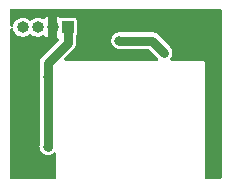
<source format=gbr>
%TF.GenerationSoftware,KiCad,Pcbnew,(6.0.6)*%
%TF.CreationDate,2022-06-25T15:25:50+03:00*%
%TF.ProjectId,EnkooderL,456e6b6f-6f64-4657-924c-2e6b69636164,rev?*%
%TF.SameCoordinates,Original*%
%TF.FileFunction,Copper,L2,Bot*%
%TF.FilePolarity,Positive*%
%FSLAX46Y46*%
G04 Gerber Fmt 4.6, Leading zero omitted, Abs format (unit mm)*
G04 Created by KiCad (PCBNEW (6.0.6)) date 2022-06-25 15:25:50*
%MOMM*%
%LPD*%
G01*
G04 APERTURE LIST*
%TA.AperFunction,ComponentPad*%
%ADD10R,1.000000X1.000000*%
%TD*%
%TA.AperFunction,ComponentPad*%
%ADD11O,1.000000X1.000000*%
%TD*%
%TA.AperFunction,ViaPad*%
%ADD12C,0.800000*%
%TD*%
%TA.AperFunction,Conductor*%
%ADD13C,0.800000*%
%TD*%
G04 APERTURE END LIST*
D10*
X144650000Y-81870000D03*
D11*
X143380000Y-81870000D03*
X142110000Y-81870000D03*
X140840000Y-81870000D03*
D12*
X157000000Y-91500000D03*
X157000000Y-88900000D03*
X157000000Y-86300000D03*
X157000000Y-83700000D03*
X157000000Y-81100000D03*
X140500000Y-91740000D03*
X140500000Y-94100000D03*
X140370000Y-88510000D03*
X157000000Y-94100000D03*
X152830000Y-84010000D03*
X149050000Y-83000000D03*
X143000000Y-86090000D03*
X142980000Y-91990000D03*
D13*
X149050000Y-83000000D02*
X151820000Y-83000000D01*
X143000000Y-84870000D02*
X143000000Y-86090000D01*
X143000000Y-91970000D02*
X142980000Y-91990000D01*
X151820000Y-83000000D02*
X152830000Y-84010000D01*
X144650000Y-81870000D02*
X144650000Y-83220000D01*
X144650000Y-83220000D02*
X143000000Y-84870000D01*
X143000000Y-86090000D02*
X143000000Y-91970000D01*
%TA.AperFunction,Conductor*%
G36*
X157641621Y-80320502D02*
G01*
X157688114Y-80374158D01*
X157699500Y-80426500D01*
X157699500Y-94573500D01*
X157679498Y-94641621D01*
X157625842Y-94688114D01*
X157573500Y-94699500D01*
X156426500Y-94699500D01*
X156358379Y-94679498D01*
X156311886Y-94625842D01*
X156300500Y-94573500D01*
X156300500Y-85052374D01*
X156301065Y-85040817D01*
X156304246Y-85029832D01*
X156300970Y-84992006D01*
X156300500Y-84981134D01*
X156300500Y-84972052D01*
X156299276Y-84965479D01*
X156297616Y-84953280D01*
X156295591Y-84929895D01*
X156295591Y-84929894D01*
X156294587Y-84918304D01*
X156289480Y-84907855D01*
X156288568Y-84904567D01*
X156287339Y-84901383D01*
X156285209Y-84889947D01*
X156266779Y-84860048D01*
X156260840Y-84849266D01*
X156250533Y-84828181D01*
X156245425Y-84817731D01*
X156236899Y-84809822D01*
X156234866Y-84807084D01*
X156232572Y-84804554D01*
X156226468Y-84794652D01*
X156217212Y-84787613D01*
X156217207Y-84787608D01*
X156198513Y-84773393D01*
X156189092Y-84765474D01*
X156171882Y-84749510D01*
X156171883Y-84749510D01*
X156163354Y-84741599D01*
X156152553Y-84737290D01*
X156149676Y-84735471D01*
X156146619Y-84733934D01*
X156137359Y-84726892D01*
X156103632Y-84717126D01*
X156091992Y-84713129D01*
X156059378Y-84700117D01*
X156053085Y-84699500D01*
X156050003Y-84699500D01*
X156046933Y-84699350D01*
X156046939Y-84699234D01*
X156040817Y-84698935D01*
X156029832Y-84695754D01*
X155992006Y-84699030D01*
X155981134Y-84699500D01*
X153440399Y-84699500D01*
X153372278Y-84679498D01*
X153325785Y-84625842D01*
X153315681Y-84555568D01*
X153346905Y-84489785D01*
X153349423Y-84487634D01*
X153358392Y-84475153D01*
X153372081Y-84459126D01*
X153377606Y-84453658D01*
X153377607Y-84453657D01*
X153383010Y-84448310D01*
X153386981Y-84441829D01*
X153386984Y-84441826D01*
X153411477Y-84401858D01*
X153416586Y-84394167D01*
X153443930Y-84356113D01*
X153448361Y-84349947D01*
X153454092Y-84335692D01*
X153463565Y-84316857D01*
X153467630Y-84310224D01*
X153467633Y-84310217D01*
X153471598Y-84303747D01*
X153473907Y-84296512D01*
X153488161Y-84251850D01*
X153491289Y-84243163D01*
X153508765Y-84199689D01*
X153508765Y-84199688D01*
X153511601Y-84192634D01*
X153513766Y-84177418D01*
X153518474Y-84156864D01*
X153520837Y-84149461D01*
X153520838Y-84149458D01*
X153523146Y-84142225D01*
X153526851Y-84087884D01*
X153527816Y-84078703D01*
X153534909Y-84028864D01*
X153534910Y-84028856D01*
X153535490Y-84024778D01*
X153535645Y-84010000D01*
X153534847Y-84003405D01*
X153534340Y-83984056D01*
X153534161Y-83980647D01*
X153534678Y-83973070D01*
X153523823Y-83910870D01*
X153522860Y-83904346D01*
X153516189Y-83849221D01*
X153516188Y-83849218D01*
X153515276Y-83841680D01*
X153512592Y-83834578D01*
X153511773Y-83831242D01*
X153507817Y-83816785D01*
X153506834Y-83813528D01*
X153505528Y-83806047D01*
X153502476Y-83799094D01*
X153480151Y-83748233D01*
X153477660Y-83742128D01*
X153458033Y-83690189D01*
X153458031Y-83690185D01*
X153455345Y-83683077D01*
X153451040Y-83676813D01*
X153449451Y-83673774D01*
X153442176Y-83660701D01*
X153440431Y-83657750D01*
X153437379Y-83650798D01*
X153429483Y-83640507D01*
X153398958Y-83600727D01*
X153395081Y-83595391D01*
X153363619Y-83549614D01*
X153363614Y-83549608D01*
X153359312Y-83543349D01*
X153313342Y-83502391D01*
X153308084Y-83497428D01*
X152335568Y-82524911D01*
X152329729Y-82518660D01*
X152297165Y-82481331D01*
X152292169Y-82475604D01*
X152240527Y-82439310D01*
X152235242Y-82435384D01*
X152191524Y-82401105D01*
X152191520Y-82401103D01*
X152185543Y-82396416D01*
X152178620Y-82393290D01*
X152175672Y-82391505D01*
X152162712Y-82384113D01*
X152159666Y-82382480D01*
X152153453Y-82378113D01*
X152094633Y-82355180D01*
X152088554Y-82352624D01*
X152057520Y-82338612D01*
X152031016Y-82326645D01*
X152023545Y-82325260D01*
X152020277Y-82324236D01*
X152005836Y-82320123D01*
X152002563Y-82319283D01*
X151995487Y-82316524D01*
X151950817Y-82310644D01*
X151932894Y-82308284D01*
X151926377Y-82307252D01*
X151871775Y-82297132D01*
X151864308Y-82295748D01*
X151856728Y-82296185D01*
X151856727Y-82296185D01*
X151802856Y-82299291D01*
X151795604Y-82299500D01*
X149058719Y-82299500D01*
X149058059Y-82299498D01*
X148968895Y-82299031D01*
X148939545Y-82306077D01*
X148932797Y-82307697D01*
X148918523Y-82310265D01*
X148889222Y-82313811D01*
X148889220Y-82313811D01*
X148881680Y-82314724D01*
X148874573Y-82317409D01*
X148874571Y-82317410D01*
X148851022Y-82326308D01*
X148835901Y-82330960D01*
X148811416Y-82336839D01*
X148811414Y-82336840D01*
X148804032Y-82338612D01*
X148797290Y-82342092D01*
X148797284Y-82342094D01*
X148771051Y-82355634D01*
X148757801Y-82361534D01*
X148723077Y-82374655D01*
X148702526Y-82388780D01*
X148696067Y-82393219D01*
X148682487Y-82401346D01*
X148663816Y-82410983D01*
X148653369Y-82416375D01*
X148647644Y-82421370D01*
X148647643Y-82421370D01*
X148625401Y-82440773D01*
X148613939Y-82449664D01*
X148601892Y-82457944D01*
X148583349Y-82470688D01*
X148561548Y-82495157D01*
X148550305Y-82506283D01*
X148525604Y-82527831D01*
X148504257Y-82558205D01*
X148495254Y-82569563D01*
X148470560Y-82597279D01*
X148467005Y-82603993D01*
X148455225Y-82626241D01*
X148446959Y-82639730D01*
X148433338Y-82659112D01*
X148428113Y-82666547D01*
X148425356Y-82673619D01*
X148414632Y-82701124D01*
X148408593Y-82714313D01*
X148394778Y-82740404D01*
X148394774Y-82740414D01*
X148391224Y-82747119D01*
X148389375Y-82754481D01*
X148389374Y-82754483D01*
X148383240Y-82778904D01*
X148378431Y-82793973D01*
X148366524Y-82824513D01*
X148365533Y-82832040D01*
X148361679Y-82861312D01*
X148358961Y-82875559D01*
X148352592Y-82900916D01*
X148349919Y-82911559D01*
X148349879Y-82919158D01*
X148349879Y-82919160D01*
X148349747Y-82944335D01*
X148348671Y-82960119D01*
X148345385Y-82985077D01*
X148345385Y-82985084D01*
X148344394Y-82992611D01*
X148348466Y-83029499D01*
X148349225Y-83043982D01*
X148349031Y-83081105D01*
X148356684Y-83112982D01*
X148359402Y-83128557D01*
X148362999Y-83161135D01*
X148375761Y-83196008D01*
X148379943Y-83209862D01*
X148388612Y-83245968D01*
X148392097Y-83252720D01*
X148403643Y-83275089D01*
X148410003Y-83289577D01*
X148421266Y-83320356D01*
X148425502Y-83326660D01*
X148441970Y-83351168D01*
X148449351Y-83363649D01*
X148466375Y-83396631D01*
X148471367Y-83402353D01*
X148471370Y-83402358D01*
X148487921Y-83421331D01*
X148497553Y-83433884D01*
X148515830Y-83461083D01*
X148521448Y-83466195D01*
X148543285Y-83486065D01*
X148553435Y-83496430D01*
X148577831Y-83524396D01*
X148584041Y-83528761D01*
X148584044Y-83528763D01*
X148604641Y-83543238D01*
X148616991Y-83553133D01*
X148635611Y-83570076D01*
X148635615Y-83570079D01*
X148641233Y-83575191D01*
X148660299Y-83585543D01*
X148673854Y-83592903D01*
X148686178Y-83600545D01*
X148710325Y-83617515D01*
X148710330Y-83617517D01*
X148716547Y-83621887D01*
X148747082Y-83633792D01*
X148761432Y-83640454D01*
X148783558Y-83652468D01*
X148783567Y-83652472D01*
X148790235Y-83656092D01*
X148797579Y-83658019D01*
X148797580Y-83658019D01*
X148826128Y-83665508D01*
X148839927Y-83669991D01*
X148867436Y-83680717D01*
X148867438Y-83680718D01*
X148874513Y-83683476D01*
X148900480Y-83686895D01*
X148907012Y-83687755D01*
X148922529Y-83690799D01*
X148954233Y-83699116D01*
X148993971Y-83699740D01*
X148999873Y-83699980D01*
X149003826Y-83700500D01*
X149041379Y-83700500D01*
X149043358Y-83700516D01*
X149116165Y-83701660D01*
X149116168Y-83701660D01*
X149123760Y-83701779D01*
X149128022Y-83700803D01*
X149133802Y-83700500D01*
X151477653Y-83700500D01*
X151545774Y-83720502D01*
X151566749Y-83737405D01*
X151963989Y-84134646D01*
X152277757Y-84448414D01*
X152286549Y-84459099D01*
X152286630Y-84459029D01*
X152291596Y-84464783D01*
X152295830Y-84471083D01*
X152301443Y-84476191D01*
X152301447Y-84476195D01*
X152305965Y-84480306D01*
X152342888Y-84540946D01*
X152341165Y-84611922D01*
X152301343Y-84670699D01*
X152236065Y-84698616D01*
X152221166Y-84699500D01*
X144465346Y-84699500D01*
X144397225Y-84679498D01*
X144350732Y-84625842D01*
X144340628Y-84555568D01*
X144370122Y-84490988D01*
X144376251Y-84484405D01*
X145125067Y-83735589D01*
X145131333Y-83729735D01*
X145164055Y-83701190D01*
X145174396Y-83692169D01*
X145178761Y-83685958D01*
X145178764Y-83685955D01*
X145210705Y-83640507D01*
X145214638Y-83635212D01*
X145243740Y-83598096D01*
X145253583Y-83585543D01*
X145256711Y-83578616D01*
X145258486Y-83575685D01*
X145265903Y-83562682D01*
X145267519Y-83559668D01*
X145271887Y-83553453D01*
X145274646Y-83546377D01*
X145274648Y-83546373D01*
X145294819Y-83494636D01*
X145297375Y-83488555D01*
X145320231Y-83437935D01*
X145320231Y-83437934D01*
X145323355Y-83431016D01*
X145324739Y-83423550D01*
X145325757Y-83420301D01*
X145329877Y-83405836D01*
X145330717Y-83402563D01*
X145333476Y-83395487D01*
X145341716Y-83332894D01*
X145342748Y-83326377D01*
X145352868Y-83271775D01*
X145354252Y-83264308D01*
X145350709Y-83202861D01*
X145350500Y-83195609D01*
X145350500Y-82646671D01*
X145370502Y-82578550D01*
X145387327Y-82557653D01*
X145394023Y-82550945D01*
X145402241Y-82542713D01*
X145408821Y-82527831D01*
X145443675Y-82448992D01*
X145447506Y-82440327D01*
X145450500Y-82414646D01*
X145450500Y-81325354D01*
X145447382Y-81299154D01*
X145418978Y-81235206D01*
X145406663Y-81207482D01*
X145401939Y-81196847D01*
X145382582Y-81177523D01*
X145330945Y-81125977D01*
X145322713Y-81117759D01*
X145312076Y-81113056D01*
X145312074Y-81113055D01*
X145249741Y-81085498D01*
X145220327Y-81072494D01*
X145194646Y-81069500D01*
X144105354Y-81069500D01*
X144101650Y-81069941D01*
X144101647Y-81069941D01*
X144097613Y-81070421D01*
X144079154Y-81072618D01*
X144072101Y-81075751D01*
X144002034Y-81074533D01*
X143959313Y-81051357D01*
X143946649Y-81040881D01*
X143936478Y-81034020D01*
X143795935Y-80958028D01*
X143782144Y-80955088D01*
X143780606Y-80957160D01*
X143780000Y-80960559D01*
X143780000Y-82770219D01*
X143783973Y-82783749D01*
X143807268Y-82787098D01*
X143871849Y-82816591D01*
X143910233Y-82876318D01*
X143910233Y-82947314D01*
X143878432Y-83000911D01*
X142524925Y-84354418D01*
X142518660Y-84360271D01*
X142475604Y-84397831D01*
X142444684Y-84441826D01*
X142439317Y-84449463D01*
X142435384Y-84454758D01*
X142401105Y-84498476D01*
X142401103Y-84498480D01*
X142396416Y-84504457D01*
X142393290Y-84511380D01*
X142391505Y-84514328D01*
X142384113Y-84527288D01*
X142382480Y-84530334D01*
X142378113Y-84536547D01*
X142359147Y-84585191D01*
X142355180Y-84595366D01*
X142352625Y-84601445D01*
X142326645Y-84658984D01*
X142325260Y-84666455D01*
X142324236Y-84669723D01*
X142320123Y-84684164D01*
X142319283Y-84687437D01*
X142316524Y-84694513D01*
X142315533Y-84702043D01*
X142308284Y-84757106D01*
X142307252Y-84763623D01*
X142305441Y-84773393D01*
X142295748Y-84825692D01*
X142296185Y-84833272D01*
X142296185Y-84833273D01*
X142299291Y-84887144D01*
X142299500Y-84894396D01*
X142299500Y-86035568D01*
X142298422Y-86052014D01*
X142294394Y-86082611D01*
X142295228Y-86090161D01*
X142298739Y-86121968D01*
X142299500Y-86135794D01*
X142299500Y-91790675D01*
X142296489Y-91814509D01*
X142296524Y-91814514D01*
X142295533Y-91822042D01*
X142288284Y-91877106D01*
X142287252Y-91883622D01*
X142275748Y-91945692D01*
X142276185Y-91953271D01*
X142275972Y-91956655D01*
X142275421Y-91971682D01*
X142275386Y-91975080D01*
X142274394Y-91982611D01*
X142280724Y-92039948D01*
X142281321Y-92045356D01*
X142281873Y-92051925D01*
X142285507Y-92114959D01*
X142287741Y-92122220D01*
X142288344Y-92125573D01*
X142291385Y-92140258D01*
X142292166Y-92143586D01*
X142292999Y-92151135D01*
X142295608Y-92158266D01*
X142295609Y-92158268D01*
X142314693Y-92210417D01*
X142316797Y-92216668D01*
X142335361Y-92277011D01*
X142339261Y-92283527D01*
X142340643Y-92286632D01*
X142347106Y-92300182D01*
X142348656Y-92303224D01*
X142351266Y-92310356D01*
X142356829Y-92318634D01*
X142386482Y-92362763D01*
X142390014Y-92368330D01*
X142422431Y-92422495D01*
X142427775Y-92427895D01*
X142429891Y-92430623D01*
X142439346Y-92442174D01*
X142441592Y-92444776D01*
X142445830Y-92451083D01*
X142451451Y-92456197D01*
X142451452Y-92456199D01*
X142492513Y-92493562D01*
X142497273Y-92498127D01*
X142535483Y-92536738D01*
X142541690Y-92543010D01*
X142548170Y-92546981D01*
X142550860Y-92549113D01*
X142562814Y-92558088D01*
X142565612Y-92560076D01*
X142571233Y-92565191D01*
X142594359Y-92577747D01*
X142626697Y-92595305D01*
X142632411Y-92598603D01*
X142676391Y-92625554D01*
X142686254Y-92631598D01*
X142693489Y-92633907D01*
X142696615Y-92635338D01*
X142710372Y-92641207D01*
X142713569Y-92642473D01*
X142720235Y-92646092D01*
X142727575Y-92648018D01*
X142727576Y-92648018D01*
X142781300Y-92662112D01*
X142787634Y-92663953D01*
X142840536Y-92680836D01*
X142840538Y-92680836D01*
X142847775Y-92683146D01*
X142855356Y-92683663D01*
X142858707Y-92684302D01*
X142873479Y-92686721D01*
X142876879Y-92687187D01*
X142884233Y-92689116D01*
X142947345Y-92690107D01*
X142953931Y-92690383D01*
X143016930Y-92694678D01*
X143024413Y-92693372D01*
X143027777Y-92693196D01*
X143042777Y-92692015D01*
X143046158Y-92691660D01*
X143053760Y-92691779D01*
X143061164Y-92690083D01*
X143061167Y-92690083D01*
X143115292Y-92677687D01*
X143121756Y-92676383D01*
X143176471Y-92666833D01*
X143176470Y-92666833D01*
X143183954Y-92665527D01*
X143190913Y-92662472D01*
X143194196Y-92661481D01*
X143208430Y-92656774D01*
X143211625Y-92655624D01*
X143219029Y-92653928D01*
X143275478Y-92625538D01*
X143281377Y-92622762D01*
X143339202Y-92597379D01*
X143345228Y-92592755D01*
X143348184Y-92591007D01*
X143360840Y-92583068D01*
X143363709Y-92581161D01*
X143370498Y-92577747D01*
X143418539Y-92536717D01*
X143423626Y-92532597D01*
X143442678Y-92517978D01*
X143452047Y-92508609D01*
X143459312Y-92501892D01*
X143491670Y-92474256D01*
X143556460Y-92445226D01*
X143626660Y-92455831D01*
X143679982Y-92502706D01*
X143699500Y-92570068D01*
X143699500Y-94573500D01*
X143679498Y-94641621D01*
X143625842Y-94688114D01*
X143573500Y-94699500D01*
X139926500Y-94699500D01*
X139858379Y-94679498D01*
X139811886Y-94625842D01*
X139800500Y-94573500D01*
X139800500Y-82048353D01*
X139820502Y-81980232D01*
X139874158Y-81933739D01*
X139944432Y-81923635D01*
X140009012Y-81953129D01*
X140047396Y-82012855D01*
X140049494Y-82023668D01*
X140049887Y-82023585D01*
X140051352Y-82030476D01*
X140052039Y-82037486D01*
X140054262Y-82044168D01*
X140054262Y-82044169D01*
X140062967Y-82070336D01*
X140108726Y-82207896D01*
X140112373Y-82213918D01*
X140186817Y-82336839D01*
X140201759Y-82361512D01*
X140206648Y-82366575D01*
X140206649Y-82366576D01*
X140236715Y-82397710D01*
X140326514Y-82490699D01*
X140476789Y-82589036D01*
X140645116Y-82651636D01*
X140652097Y-82652567D01*
X140652099Y-82652568D01*
X140816149Y-82674457D01*
X140816153Y-82674457D01*
X140823130Y-82675388D01*
X140830142Y-82674750D01*
X140830146Y-82674750D01*
X140994960Y-82659751D01*
X140994961Y-82659751D01*
X141001981Y-82659112D01*
X141172782Y-82603615D01*
X141188069Y-82594502D01*
X141320992Y-82515265D01*
X141320994Y-82515264D01*
X141327044Y-82511657D01*
X141374583Y-82466386D01*
X141387354Y-82454225D01*
X141450479Y-82421733D01*
X141521150Y-82428527D01*
X141564882Y-82457944D01*
X141596514Y-82490699D01*
X141746789Y-82589036D01*
X141915116Y-82651636D01*
X141922097Y-82652567D01*
X141922099Y-82652568D01*
X142086149Y-82674457D01*
X142086153Y-82674457D01*
X142093130Y-82675388D01*
X142100142Y-82674750D01*
X142100146Y-82674750D01*
X142264960Y-82659751D01*
X142264961Y-82659751D01*
X142271981Y-82659112D01*
X142442782Y-82603615D01*
X142515978Y-82559982D01*
X142584731Y-82542282D01*
X142652141Y-82564564D01*
X142662157Y-82572257D01*
X142801833Y-82691129D01*
X142811905Y-82698130D01*
X142969363Y-82786130D01*
X142976868Y-82786345D01*
X142980000Y-82779976D01*
X142980000Y-80968773D01*
X142976027Y-80955242D01*
X142973015Y-80954809D01*
X142970516Y-80955616D01*
X142835247Y-81026333D01*
X142824986Y-81033047D01*
X142681758Y-81148205D01*
X142668591Y-81161100D01*
X142666632Y-81159099D01*
X142617204Y-81191637D01*
X142546212Y-81192417D01*
X142512870Y-81177525D01*
X142463136Y-81145963D01*
X142407009Y-81125977D01*
X142300586Y-81088081D01*
X142300581Y-81088080D01*
X142293951Y-81085719D01*
X142286965Y-81084886D01*
X142286961Y-81084885D01*
X142157933Y-81069500D01*
X142115624Y-81064455D01*
X142108621Y-81065191D01*
X142108620Y-81065191D01*
X141944025Y-81082490D01*
X141944021Y-81082491D01*
X141937017Y-81083227D01*
X141930346Y-81085498D01*
X141773677Y-81138832D01*
X141773674Y-81138833D01*
X141767007Y-81141103D01*
X141761009Y-81144793D01*
X141761007Y-81144794D01*
X141737755Y-81159099D01*
X141614045Y-81235206D01*
X141609014Y-81240132D01*
X141609011Y-81240135D01*
X141563407Y-81284794D01*
X141500742Y-81318164D01*
X141429983Y-81312358D01*
X141385845Y-81283555D01*
X141349733Y-81247191D01*
X141344770Y-81242193D01*
X141333761Y-81235206D01*
X141286860Y-81205442D01*
X141193136Y-81145963D01*
X141137009Y-81125977D01*
X141030586Y-81088081D01*
X141030581Y-81088080D01*
X141023951Y-81085719D01*
X141016965Y-81084886D01*
X141016961Y-81084885D01*
X140887933Y-81069500D01*
X140845624Y-81064455D01*
X140838621Y-81065191D01*
X140838620Y-81065191D01*
X140674025Y-81082490D01*
X140674021Y-81082491D01*
X140667017Y-81083227D01*
X140660346Y-81085498D01*
X140503677Y-81138832D01*
X140503674Y-81138833D01*
X140497007Y-81141103D01*
X140491009Y-81144793D01*
X140491007Y-81144794D01*
X140467755Y-81159099D01*
X140344045Y-81235206D01*
X140339014Y-81240132D01*
X140339011Y-81240135D01*
X140331806Y-81247191D01*
X140215732Y-81360859D01*
X140211913Y-81366784D01*
X140211912Y-81366786D01*
X140205631Y-81376532D01*
X140118446Y-81511817D01*
X140057022Y-81680578D01*
X140056139Y-81687568D01*
X140051507Y-81724236D01*
X140023125Y-81789312D01*
X139964065Y-81828714D01*
X139893079Y-81829931D01*
X139832704Y-81792576D01*
X139802108Y-81728511D01*
X139800500Y-81708444D01*
X139800500Y-80426500D01*
X139820502Y-80358379D01*
X139874158Y-80311886D01*
X139926500Y-80300500D01*
X157573500Y-80300500D01*
X157641621Y-80320502D01*
G37*
%TD.AperFunction*%
M02*

</source>
